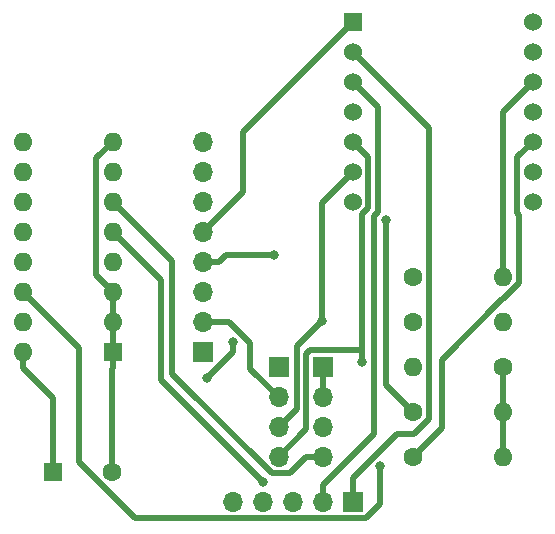
<source format=gbl>
%TF.GenerationSoftware,KiCad,Pcbnew,7.0.7*%
%TF.CreationDate,2024-02-28T11:46:36+01:00*%
%TF.ProjectId,brick_test,62726963-6b5f-4746-9573-742e6b696361,rev?*%
%TF.SameCoordinates,Original*%
%TF.FileFunction,Copper,L2,Bot*%
%TF.FilePolarity,Positive*%
%FSLAX46Y46*%
G04 Gerber Fmt 4.6, Leading zero omitted, Abs format (unit mm)*
G04 Created by KiCad (PCBNEW 7.0.7) date 2024-02-28 11:46:36*
%MOMM*%
%LPD*%
G01*
G04 APERTURE LIST*
%TA.AperFunction,ComponentPad*%
%ADD10C,1.600000*%
%TD*%
%TA.AperFunction,ComponentPad*%
%ADD11O,1.600000X1.600000*%
%TD*%
%TA.AperFunction,ComponentPad*%
%ADD12R,1.700000X1.700000*%
%TD*%
%TA.AperFunction,ComponentPad*%
%ADD13O,1.700000X1.700000*%
%TD*%
%TA.AperFunction,ComponentPad*%
%ADD14R,1.530000X1.530000*%
%TD*%
%TA.AperFunction,ComponentPad*%
%ADD15C,1.530000*%
%TD*%
%TA.AperFunction,ComponentPad*%
%ADD16R,1.600000X1.600000*%
%TD*%
%TA.AperFunction,ViaPad*%
%ADD17C,0.800000*%
%TD*%
%TA.AperFunction,Conductor*%
%ADD18C,0.500000*%
%TD*%
G04 APERTURE END LIST*
D10*
X63500000Y-58420000D03*
D11*
X71120000Y-58420000D03*
D10*
X63500000Y-69850000D03*
D11*
X71120000Y-69850000D03*
D12*
X58420000Y-73660000D03*
D13*
X55880000Y-73660000D03*
X53340000Y-73660000D03*
X50800000Y-73660000D03*
X48260000Y-73660000D03*
D12*
X45720000Y-60960000D03*
D13*
X45720000Y-58420000D03*
X45720000Y-55880000D03*
X45720000Y-53340000D03*
X45720000Y-50800000D03*
X45720000Y-48260000D03*
X45720000Y-45720000D03*
X45720000Y-43180000D03*
D10*
X63500000Y-66040000D03*
D11*
X71120000Y-66040000D03*
D12*
X55880000Y-62230000D03*
D13*
X55880000Y-64770000D03*
X55880000Y-67310000D03*
X55880000Y-69850000D03*
D12*
X52146700Y-62230000D03*
D13*
X52146700Y-64770000D03*
X52146700Y-67310000D03*
X52146700Y-69850000D03*
D14*
X58420000Y-33020000D03*
D15*
X58420000Y-35560000D03*
X58420000Y-38100000D03*
X58420000Y-40640000D03*
X58420000Y-43180000D03*
X58420000Y-45720000D03*
X58420000Y-48260000D03*
X73660000Y-48260000D03*
X73660000Y-45720000D03*
X73660000Y-43180000D03*
X73660000Y-40640000D03*
X73660000Y-38100000D03*
X73660000Y-35560000D03*
X73660000Y-33020000D03*
D16*
X33020000Y-71120000D03*
D10*
X38020000Y-71120000D03*
X63500000Y-54610000D03*
D11*
X71120000Y-54610000D03*
D16*
X38100000Y-60960000D03*
D11*
X38100000Y-58420000D03*
X38100000Y-55880000D03*
X38100000Y-53340000D03*
X38100000Y-50800000D03*
X38100000Y-48260000D03*
X38100000Y-45720000D03*
X38100000Y-43180000D03*
X30480000Y-43180000D03*
X30480000Y-45720000D03*
X30480000Y-48260000D03*
X30480000Y-50800000D03*
X30480000Y-53340000D03*
X30480000Y-55880000D03*
X30480000Y-58420000D03*
X30480000Y-60960000D03*
D10*
X71120000Y-62230000D03*
D11*
X63500000Y-62230000D03*
D17*
X51732700Y-52726500D03*
X59237600Y-61822700D03*
X55797800Y-58357200D03*
X50815600Y-71982700D03*
X61249100Y-49774000D03*
X60775400Y-70665600D03*
X48263600Y-60136100D03*
X46060900Y-63162800D03*
D18*
X71120000Y-54610000D02*
X71120000Y-40640000D01*
X30480000Y-62311900D02*
X33020000Y-64851900D01*
X71120000Y-66040000D02*
X71120000Y-69850000D01*
X71120000Y-40640000D02*
X73660000Y-38100000D01*
X71120000Y-62230000D02*
X71120000Y-66040000D01*
X30480000Y-60960000D02*
X30480000Y-62311900D01*
X33020000Y-64851900D02*
X33020000Y-71120000D01*
X36699500Y-54479500D02*
X38100000Y-55880000D01*
X38100000Y-60960000D02*
X38100000Y-62311900D01*
X47966700Y-58420000D02*
X47121900Y-58420000D01*
X45720000Y-58420000D02*
X47121900Y-58420000D01*
X52146700Y-64770000D02*
X49764700Y-62388000D01*
X38100000Y-58420000D02*
X38100000Y-60960000D01*
X49764700Y-62388000D02*
X49764700Y-60218000D01*
X36699500Y-44580500D02*
X36699500Y-54479500D01*
X49764700Y-60218000D02*
X47966700Y-58420000D01*
X38020000Y-62391900D02*
X38020000Y-71120000D01*
X38100000Y-62311900D02*
X38020000Y-62391900D01*
X38100000Y-43180000D02*
X36699500Y-44580500D01*
X38100000Y-55880000D02*
X38100000Y-58420000D01*
X47735400Y-52726500D02*
X47121900Y-53340000D01*
X51732700Y-52726500D02*
X47735400Y-52726500D01*
X45720000Y-53340000D02*
X47121900Y-53340000D01*
X49117300Y-47402700D02*
X45720000Y-50800000D01*
X49117300Y-42322700D02*
X49117300Y-47402700D01*
X58420000Y-33020000D02*
X49117300Y-42322700D01*
X59237600Y-60811200D02*
X54780200Y-60811200D01*
X54478100Y-67518600D02*
X52146700Y-69850000D01*
X54478100Y-61113300D02*
X54478100Y-67518600D01*
X54780200Y-60811200D02*
X54478100Y-61113300D01*
X59736900Y-44496900D02*
X59736900Y-48805500D01*
X59736900Y-48805500D02*
X59237600Y-49304800D01*
X58420000Y-43180000D02*
X59736900Y-44496900D01*
X59237600Y-49304800D02*
X59237600Y-60811200D01*
X59237600Y-60811200D02*
X59237600Y-61822700D01*
X55797800Y-58357200D02*
X53676200Y-60478800D01*
X55797800Y-48342200D02*
X55797800Y-58357200D01*
X53676200Y-65780500D02*
X52146700Y-67310000D01*
X53676200Y-60478800D02*
X53676200Y-65780500D01*
X58420000Y-45720000D02*
X55797800Y-48342200D01*
X42214200Y-63381300D02*
X42214200Y-54914200D01*
X42214200Y-54914200D02*
X38100000Y-50800000D01*
X50815600Y-71982700D02*
X42214200Y-63381300D01*
X53075200Y-71252900D02*
X54478100Y-69850000D01*
X43127300Y-53287300D02*
X43127300Y-62815100D01*
X38100000Y-48260000D02*
X43127300Y-53287300D01*
X51565100Y-71252900D02*
X53075200Y-71252900D01*
X55880000Y-69850000D02*
X54478100Y-69850000D01*
X43127300Y-62815100D02*
X51565100Y-71252900D01*
X60775400Y-73835900D02*
X60775400Y-70665600D01*
X63500000Y-66040000D02*
X61249100Y-63789100D01*
X61249100Y-63789100D02*
X61249100Y-49774000D01*
X59549400Y-75061900D02*
X60775400Y-73835900D01*
X35266700Y-60666700D02*
X35266700Y-70301900D01*
X30480000Y-55880000D02*
X35266700Y-60666700D01*
X35266700Y-70301900D02*
X40026700Y-75061900D01*
X40026700Y-75061900D02*
X59549400Y-75061900D01*
X46060900Y-63162800D02*
X48263600Y-60960100D01*
X48263600Y-60960100D02*
X48263600Y-60136100D01*
X65962600Y-67387400D02*
X65962600Y-61633500D01*
X72343100Y-49173500D02*
X72343100Y-44496900D01*
X72528700Y-55154800D02*
X72528700Y-49359100D01*
X63500000Y-69850000D02*
X65962600Y-67387400D01*
X71168500Y-56515000D02*
X72528700Y-55154800D01*
X72528700Y-49359100D02*
X72343100Y-49173500D01*
X65962600Y-61633500D02*
X71081100Y-56515000D01*
X72343100Y-44496900D02*
X73660000Y-43180000D01*
X71081100Y-56515000D02*
X71168500Y-56515000D01*
X55880000Y-72258100D02*
X60189500Y-67948600D01*
X55880000Y-73660000D02*
X55880000Y-72258100D01*
X60189500Y-67948600D02*
X60189500Y-49487100D01*
X60189500Y-49487100D02*
X60541300Y-49135300D01*
X60541300Y-40221300D02*
X58420000Y-38100000D01*
X60541300Y-49135300D02*
X60541300Y-40221300D01*
X58420000Y-35560000D02*
X64910900Y-42050900D01*
X64910900Y-42050900D02*
X64910900Y-66611300D01*
X63577200Y-67945000D02*
X62149800Y-67945000D01*
X64910900Y-66611300D02*
X63577200Y-67945000D01*
X58420000Y-73660000D02*
X58420000Y-72258100D01*
X58420000Y-71674800D02*
X58420000Y-72258100D01*
X62149800Y-67945000D02*
X58420000Y-71674800D01*
X55880000Y-62230000D02*
X55880000Y-64770000D01*
M02*

</source>
